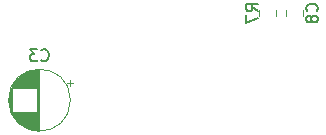
<source format=gbo>
G04 #@! TF.GenerationSoftware,KiCad,Pcbnew,5.0.2+dfsg1-1*
G04 #@! TF.CreationDate,2019-11-26T12:32:40+03:00*
G04 #@! TF.ProjectId,clmt,636c6d74-2e6b-4696-9361-645f70636258,rev?*
G04 #@! TF.SameCoordinates,Original*
G04 #@! TF.FileFunction,Legend,Bot*
G04 #@! TF.FilePolarity,Positive*
%FSLAX46Y46*%
G04 Gerber Fmt 4.6, Leading zero omitted, Abs format (unit mm)*
G04 Created by KiCad (PCBNEW 5.0.2+dfsg1-1) date Вт 26 ноя 2019 12:32:40*
%MOMM*%
%LPD*%
G01*
G04 APERTURE LIST*
%ADD10C,0.120000*%
%ADD11C,0.150000*%
G04 APERTURE END LIST*
D10*
G04 #@! TO.C,C3*
X115564775Y-49075000D02*
X115564775Y-49575000D01*
X115814775Y-49325000D02*
X115314775Y-49325000D01*
X110409000Y-50516000D02*
X110409000Y-51084000D01*
X110449000Y-50282000D02*
X110449000Y-51318000D01*
X110489000Y-50123000D02*
X110489000Y-51477000D01*
X110529000Y-49995000D02*
X110529000Y-51605000D01*
X110569000Y-49885000D02*
X110569000Y-51715000D01*
X110609000Y-49789000D02*
X110609000Y-51811000D01*
X110649000Y-49702000D02*
X110649000Y-51898000D01*
X110689000Y-49622000D02*
X110689000Y-51978000D01*
X110729000Y-51840000D02*
X110729000Y-52051000D01*
X110729000Y-49549000D02*
X110729000Y-49760000D01*
X110769000Y-51840000D02*
X110769000Y-52119000D01*
X110769000Y-49481000D02*
X110769000Y-49760000D01*
X110809000Y-51840000D02*
X110809000Y-52183000D01*
X110809000Y-49417000D02*
X110809000Y-49760000D01*
X110849000Y-51840000D02*
X110849000Y-52243000D01*
X110849000Y-49357000D02*
X110849000Y-49760000D01*
X110889000Y-51840000D02*
X110889000Y-52300000D01*
X110889000Y-49300000D02*
X110889000Y-49760000D01*
X110929000Y-51840000D02*
X110929000Y-52354000D01*
X110929000Y-49246000D02*
X110929000Y-49760000D01*
X110969000Y-51840000D02*
X110969000Y-52405000D01*
X110969000Y-49195000D02*
X110969000Y-49760000D01*
X111009000Y-51840000D02*
X111009000Y-52453000D01*
X111009000Y-49147000D02*
X111009000Y-49760000D01*
X111049000Y-51840000D02*
X111049000Y-52499000D01*
X111049000Y-49101000D02*
X111049000Y-49760000D01*
X111089000Y-51840000D02*
X111089000Y-52543000D01*
X111089000Y-49057000D02*
X111089000Y-49760000D01*
X111129000Y-51840000D02*
X111129000Y-52585000D01*
X111129000Y-49015000D02*
X111129000Y-49760000D01*
X111169000Y-51840000D02*
X111169000Y-52626000D01*
X111169000Y-48974000D02*
X111169000Y-49760000D01*
X111209000Y-51840000D02*
X111209000Y-52664000D01*
X111209000Y-48936000D02*
X111209000Y-49760000D01*
X111249000Y-51840000D02*
X111249000Y-52701000D01*
X111249000Y-48899000D02*
X111249000Y-49760000D01*
X111289000Y-51840000D02*
X111289000Y-52737000D01*
X111289000Y-48863000D02*
X111289000Y-49760000D01*
X111329000Y-51840000D02*
X111329000Y-52771000D01*
X111329000Y-48829000D02*
X111329000Y-49760000D01*
X111369000Y-51840000D02*
X111369000Y-52804000D01*
X111369000Y-48796000D02*
X111369000Y-49760000D01*
X111409000Y-51840000D02*
X111409000Y-52835000D01*
X111409000Y-48765000D02*
X111409000Y-49760000D01*
X111449000Y-51840000D02*
X111449000Y-52865000D01*
X111449000Y-48735000D02*
X111449000Y-49760000D01*
X111489000Y-51840000D02*
X111489000Y-52895000D01*
X111489000Y-48705000D02*
X111489000Y-49760000D01*
X111529000Y-51840000D02*
X111529000Y-52922000D01*
X111529000Y-48678000D02*
X111529000Y-49760000D01*
X111569000Y-51840000D02*
X111569000Y-52949000D01*
X111569000Y-48651000D02*
X111569000Y-49760000D01*
X111609000Y-51840000D02*
X111609000Y-52975000D01*
X111609000Y-48625000D02*
X111609000Y-49760000D01*
X111649000Y-51840000D02*
X111649000Y-53000000D01*
X111649000Y-48600000D02*
X111649000Y-49760000D01*
X111689000Y-51840000D02*
X111689000Y-53024000D01*
X111689000Y-48576000D02*
X111689000Y-49760000D01*
X111729000Y-51840000D02*
X111729000Y-53047000D01*
X111729000Y-48553000D02*
X111729000Y-49760000D01*
X111769000Y-51840000D02*
X111769000Y-53068000D01*
X111769000Y-48532000D02*
X111769000Y-49760000D01*
X111809000Y-51840000D02*
X111809000Y-53090000D01*
X111809000Y-48510000D02*
X111809000Y-49760000D01*
X111849000Y-51840000D02*
X111849000Y-53110000D01*
X111849000Y-48490000D02*
X111849000Y-49760000D01*
X111889000Y-51840000D02*
X111889000Y-53129000D01*
X111889000Y-48471000D02*
X111889000Y-49760000D01*
X111929000Y-51840000D02*
X111929000Y-53148000D01*
X111929000Y-48452000D02*
X111929000Y-49760000D01*
X111969000Y-51840000D02*
X111969000Y-53165000D01*
X111969000Y-48435000D02*
X111969000Y-49760000D01*
X112009000Y-51840000D02*
X112009000Y-53182000D01*
X112009000Y-48418000D02*
X112009000Y-49760000D01*
X112049000Y-51840000D02*
X112049000Y-53198000D01*
X112049000Y-48402000D02*
X112049000Y-49760000D01*
X112089000Y-51840000D02*
X112089000Y-53214000D01*
X112089000Y-48386000D02*
X112089000Y-49760000D01*
X112129000Y-51840000D02*
X112129000Y-53228000D01*
X112129000Y-48372000D02*
X112129000Y-49760000D01*
X112169000Y-51840000D02*
X112169000Y-53242000D01*
X112169000Y-48358000D02*
X112169000Y-49760000D01*
X112209000Y-51840000D02*
X112209000Y-53255000D01*
X112209000Y-48345000D02*
X112209000Y-49760000D01*
X112249000Y-51840000D02*
X112249000Y-53268000D01*
X112249000Y-48332000D02*
X112249000Y-49760000D01*
X112289000Y-51840000D02*
X112289000Y-53280000D01*
X112289000Y-48320000D02*
X112289000Y-49760000D01*
X112330000Y-51840000D02*
X112330000Y-53291000D01*
X112330000Y-48309000D02*
X112330000Y-49760000D01*
X112370000Y-51840000D02*
X112370000Y-53301000D01*
X112370000Y-48299000D02*
X112370000Y-49760000D01*
X112410000Y-51840000D02*
X112410000Y-53311000D01*
X112410000Y-48289000D02*
X112410000Y-49760000D01*
X112450000Y-51840000D02*
X112450000Y-53320000D01*
X112450000Y-48280000D02*
X112450000Y-49760000D01*
X112490000Y-51840000D02*
X112490000Y-53328000D01*
X112490000Y-48272000D02*
X112490000Y-49760000D01*
X112530000Y-51840000D02*
X112530000Y-53336000D01*
X112530000Y-48264000D02*
X112530000Y-49760000D01*
X112570000Y-51840000D02*
X112570000Y-53343000D01*
X112570000Y-48257000D02*
X112570000Y-49760000D01*
X112610000Y-51840000D02*
X112610000Y-53350000D01*
X112610000Y-48250000D02*
X112610000Y-49760000D01*
X112650000Y-51840000D02*
X112650000Y-53356000D01*
X112650000Y-48244000D02*
X112650000Y-49760000D01*
X112690000Y-51840000D02*
X112690000Y-53361000D01*
X112690000Y-48239000D02*
X112690000Y-49760000D01*
X112730000Y-51840000D02*
X112730000Y-53365000D01*
X112730000Y-48235000D02*
X112730000Y-49760000D01*
X112770000Y-51840000D02*
X112770000Y-53369000D01*
X112770000Y-48231000D02*
X112770000Y-49760000D01*
X112810000Y-48227000D02*
X112810000Y-53373000D01*
X112850000Y-48224000D02*
X112850000Y-53376000D01*
X112890000Y-48222000D02*
X112890000Y-53378000D01*
X112930000Y-48221000D02*
X112930000Y-53379000D01*
X112970000Y-48220000D02*
X112970000Y-53380000D01*
X113010000Y-48220000D02*
X113010000Y-53380000D01*
X115630000Y-50800000D02*
G75*
G03X115630000Y-50800000I-2620000J0D01*
G01*
G04 #@! TO.C,C8*
X135330000Y-43163748D02*
X135330000Y-43686252D01*
X133910000Y-43163748D02*
X133910000Y-43686252D01*
G04 #@! TO.C,R7*
X133044000Y-43686252D02*
X133044000Y-43163748D01*
X131624000Y-43686252D02*
X131624000Y-43163748D01*
G04 #@! TO.C,C3*
D11*
X113176666Y-47407142D02*
X113224285Y-47454761D01*
X113367142Y-47502380D01*
X113462380Y-47502380D01*
X113605238Y-47454761D01*
X113700476Y-47359523D01*
X113748095Y-47264285D01*
X113795714Y-47073809D01*
X113795714Y-46930952D01*
X113748095Y-46740476D01*
X113700476Y-46645238D01*
X113605238Y-46550000D01*
X113462380Y-46502380D01*
X113367142Y-46502380D01*
X113224285Y-46550000D01*
X113176666Y-46597619D01*
X112843333Y-46502380D02*
X112224285Y-46502380D01*
X112557619Y-46883333D01*
X112414761Y-46883333D01*
X112319523Y-46930952D01*
X112271904Y-46978571D01*
X112224285Y-47073809D01*
X112224285Y-47311904D01*
X112271904Y-47407142D01*
X112319523Y-47454761D01*
X112414761Y-47502380D01*
X112700476Y-47502380D01*
X112795714Y-47454761D01*
X112843333Y-47407142D01*
G04 #@! TO.C,C8*
X136501142Y-43258333D02*
X136548761Y-43210714D01*
X136596380Y-43067857D01*
X136596380Y-42972619D01*
X136548761Y-42829761D01*
X136453523Y-42734523D01*
X136358285Y-42686904D01*
X136167809Y-42639285D01*
X136024952Y-42639285D01*
X135834476Y-42686904D01*
X135739238Y-42734523D01*
X135644000Y-42829761D01*
X135596380Y-42972619D01*
X135596380Y-43067857D01*
X135644000Y-43210714D01*
X135691619Y-43258333D01*
X136024952Y-43829761D02*
X135977333Y-43734523D01*
X135929714Y-43686904D01*
X135834476Y-43639285D01*
X135786857Y-43639285D01*
X135691619Y-43686904D01*
X135644000Y-43734523D01*
X135596380Y-43829761D01*
X135596380Y-44020238D01*
X135644000Y-44115476D01*
X135691619Y-44163095D01*
X135786857Y-44210714D01*
X135834476Y-44210714D01*
X135929714Y-44163095D01*
X135977333Y-44115476D01*
X136024952Y-44020238D01*
X136024952Y-43829761D01*
X136072571Y-43734523D01*
X136120190Y-43686904D01*
X136215428Y-43639285D01*
X136405904Y-43639285D01*
X136501142Y-43686904D01*
X136548761Y-43734523D01*
X136596380Y-43829761D01*
X136596380Y-44020238D01*
X136548761Y-44115476D01*
X136501142Y-44163095D01*
X136405904Y-44210714D01*
X136215428Y-44210714D01*
X136120190Y-44163095D01*
X136072571Y-44115476D01*
X136024952Y-44020238D01*
G04 #@! TO.C,R7*
X131516380Y-43267333D02*
X131040190Y-42934000D01*
X131516380Y-42695904D02*
X130516380Y-42695904D01*
X130516380Y-43076857D01*
X130564000Y-43172095D01*
X130611619Y-43219714D01*
X130706857Y-43267333D01*
X130849714Y-43267333D01*
X130944952Y-43219714D01*
X130992571Y-43172095D01*
X131040190Y-43076857D01*
X131040190Y-42695904D01*
X130516380Y-43600666D02*
X130516380Y-44267333D01*
X131516380Y-43838761D01*
G04 #@! TD*
M02*

</source>
